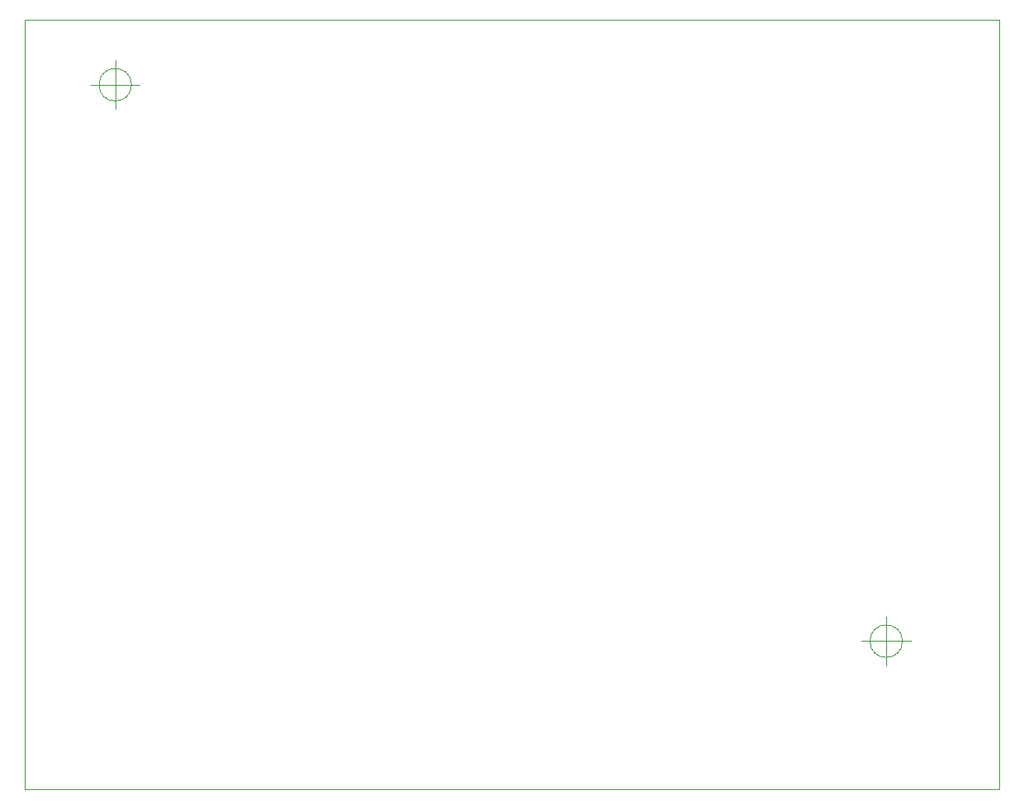
<source format=gbr>
G04 #@! TF.GenerationSoftware,KiCad,Pcbnew,5.1.4-3.fc30*
G04 #@! TF.CreationDate,2019-09-19T02:18:24+02:00*
G04 #@! TF.ProjectId,avr_dev_board_atmega16,6176725f-6465-4765-9f62-6f6172645f61,1_0*
G04 #@! TF.SameCoordinates,Original*
G04 #@! TF.FileFunction,Profile,NP*
%FSLAX46Y46*%
G04 Gerber Fmt 4.6, Leading zero omitted, Abs format (unit mm)*
G04 Created by KiCad (PCBNEW 5.1.4-3.fc30) date 2019-09-19 02:18:24*
%MOMM*%
%LPD*%
G04 APERTURE LIST*
%ADD10C,0.100000*%
G04 APERTURE END LIST*
D10*
X130228766Y-110832900D02*
G75*
G03X130228766Y-110832900I-1666666J0D01*
G01*
X126062100Y-110832900D02*
X131062100Y-110832900D01*
X128562100Y-108332900D02*
X128562100Y-113332900D01*
X51120466Y-53708300D02*
G75*
G03X51120466Y-53708300I-1666666J0D01*
G01*
X46953800Y-53708300D02*
X51953800Y-53708300D01*
X49453800Y-51208300D02*
X49453800Y-56208300D01*
X40182600Y-126034800D02*
X140182600Y-126034800D01*
X140182600Y-47034800D02*
X40182600Y-47034800D01*
X40182600Y-47034800D02*
X40182600Y-126034800D01*
X140182600Y-126034800D02*
X140182600Y-47034800D01*
M02*

</source>
